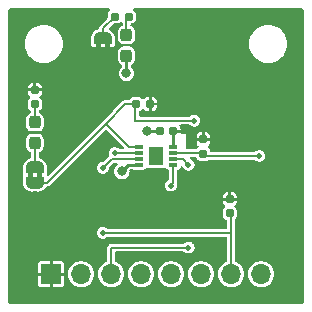
<source format=gbr>
%TF.GenerationSoftware,KiCad,Pcbnew,7.0.1*%
%TF.CreationDate,2023-04-15T14:41:49-07:00*%
%TF.ProjectId,SPI Flash Carrier,53504920-466c-4617-9368-204361727269,rev?*%
%TF.SameCoordinates,Original*%
%TF.FileFunction,Copper,L1,Top*%
%TF.FilePolarity,Positive*%
%FSLAX46Y46*%
G04 Gerber Fmt 4.6, Leading zero omitted, Abs format (unit mm)*
G04 Created by KiCad (PCBNEW 7.0.1) date 2023-04-15 14:41:49*
%MOMM*%
%LPD*%
G01*
G04 APERTURE LIST*
G04 Aperture macros list*
%AMRoundRect*
0 Rectangle with rounded corners*
0 $1 Rounding radius*
0 $2 $3 $4 $5 $6 $7 $8 $9 X,Y pos of 4 corners*
0 Add a 4 corners polygon primitive as box body*
4,1,4,$2,$3,$4,$5,$6,$7,$8,$9,$2,$3,0*
0 Add four circle primitives for the rounded corners*
1,1,$1+$1,$2,$3*
1,1,$1+$1,$4,$5*
1,1,$1+$1,$6,$7*
1,1,$1+$1,$8,$9*
0 Add four rect primitives between the rounded corners*
20,1,$1+$1,$2,$3,$4,$5,0*
20,1,$1+$1,$4,$5,$6,$7,0*
20,1,$1+$1,$6,$7,$8,$9,0*
20,1,$1+$1,$8,$9,$2,$3,0*%
%AMFreePoly0*
4,1,19,0.500000,-0.750000,0.000000,-0.750000,0.000000,-0.744911,-0.071157,-0.744911,-0.207708,-0.704816,-0.327430,-0.627875,-0.420627,-0.520320,-0.479746,-0.390866,-0.500000,-0.250000,-0.500000,0.250000,-0.479746,0.390866,-0.420627,0.520320,-0.327430,0.627875,-0.207708,0.704816,-0.071157,0.744911,0.000000,0.744911,0.000000,0.750000,0.500000,0.750000,0.500000,-0.750000,0.500000,-0.750000,
$1*%
%AMFreePoly1*
4,1,19,0.000000,0.744911,0.071157,0.744911,0.207708,0.704816,0.327430,0.627875,0.420627,0.520320,0.479746,0.390866,0.500000,0.250000,0.500000,-0.250000,0.479746,-0.390866,0.420627,-0.520320,0.327430,-0.627875,0.207708,-0.704816,0.071157,-0.744911,0.000000,-0.744911,0.000000,-0.750000,-0.500000,-0.750000,-0.500000,0.750000,0.000000,0.750000,0.000000,0.744911,0.000000,0.744911,
$1*%
G04 Aperture macros list end*
%TA.AperFunction,SMDPad,CuDef*%
%ADD10FreePoly0,270.000000*%
%TD*%
%TA.AperFunction,SMDPad,CuDef*%
%ADD11FreePoly1,270.000000*%
%TD*%
%TA.AperFunction,ComponentPad*%
%ADD12R,1.700000X1.700000*%
%TD*%
%TA.AperFunction,ComponentPad*%
%ADD13O,1.700000X1.700000*%
%TD*%
%TA.AperFunction,SMDPad,CuDef*%
%ADD14R,0.750000X0.300000*%
%TD*%
%TA.AperFunction,SMDPad,CuDef*%
%ADD15R,1.300000X1.500000*%
%TD*%
%TA.AperFunction,SMDPad,CuDef*%
%ADD16RoundRect,0.160000X-0.197500X-0.160000X0.197500X-0.160000X0.197500X0.160000X-0.197500X0.160000X0*%
%TD*%
%TA.AperFunction,SMDPad,CuDef*%
%ADD17RoundRect,0.237500X0.237500X-0.287500X0.237500X0.287500X-0.237500X0.287500X-0.237500X-0.287500X0*%
%TD*%
%TA.AperFunction,SMDPad,CuDef*%
%ADD18RoundRect,0.160000X-0.160000X0.197500X-0.160000X-0.197500X0.160000X-0.197500X0.160000X0.197500X0*%
%TD*%
%TA.AperFunction,SMDPad,CuDef*%
%ADD19FreePoly0,90.000000*%
%TD*%
%TA.AperFunction,SMDPad,CuDef*%
%ADD20FreePoly1,90.000000*%
%TD*%
%TA.AperFunction,SMDPad,CuDef*%
%ADD21RoundRect,0.155000X0.212500X0.155000X-0.212500X0.155000X-0.212500X-0.155000X0.212500X-0.155000X0*%
%TD*%
%TA.AperFunction,SMDPad,CuDef*%
%ADD22RoundRect,0.160000X0.197500X0.160000X-0.197500X0.160000X-0.197500X-0.160000X0.197500X-0.160000X0*%
%TD*%
%TA.AperFunction,ViaPad*%
%ADD23C,0.800000*%
%TD*%
%TA.AperFunction,ViaPad*%
%ADD24C,0.508000*%
%TD*%
%TA.AperFunction,Conductor*%
%ADD25C,0.250000*%
%TD*%
%TA.AperFunction,Conductor*%
%ADD26C,0.160000*%
%TD*%
G04 APERTURE END LIST*
%TA.AperFunction,EtchedComponent*%
%TO.C,JP1*%
G36*
X58600000Y-53425000D02*
G01*
X58200000Y-53425000D01*
X58200000Y-52925000D01*
X58600000Y-52925000D01*
X58600000Y-53425000D01*
G37*
%TD.AperFunction*%
%TA.AperFunction,EtchedComponent*%
G36*
X57800000Y-53425000D02*
G01*
X57400000Y-53425000D01*
X57400000Y-52925000D01*
X57800000Y-52925000D01*
X57800000Y-53425000D01*
G37*
%TD.AperFunction*%
%TA.AperFunction,EtchedComponent*%
%TO.C,JP2*%
G36*
X52050000Y-64350000D02*
G01*
X51650000Y-64350000D01*
X51650000Y-63850000D01*
X52050000Y-63850000D01*
X52050000Y-64350000D01*
G37*
%TD.AperFunction*%
%TA.AperFunction,EtchedComponent*%
G36*
X52850000Y-64350000D02*
G01*
X52450000Y-64350000D01*
X52450000Y-63850000D01*
X52850000Y-63850000D01*
X52850000Y-64350000D01*
G37*
%TD.AperFunction*%
%TD*%
D10*
%TO.P,JP1,1,A*%
%TO.N,Net-(JP1-A)*%
X58000000Y-52525000D03*
D11*
%TO.P,JP1,2,B*%
%TO.N,+3.3V*%
X58000000Y-53825000D03*
%TD*%
D12*
%TO.P,J1,1,Pin_1*%
%TO.N,+3.3V*%
X53625000Y-72500000D03*
D13*
%TO.P,J1,2,Pin_2*%
%TO.N,GND*%
X56165000Y-72500000D03*
%TO.P,J1,3,Pin_3*%
%TO.N,/SCK*%
X58705000Y-72500000D03*
%TO.P,J1,4,Pin_4*%
%TO.N,/MISO*%
X61245000Y-72500000D03*
%TO.P,J1,5,Pin_5*%
%TO.N,/MOSI*%
X63785000Y-72500000D03*
%TO.P,J1,6,Pin_6*%
%TO.N,/CS*%
X66325000Y-72500000D03*
%TO.P,J1,7,Pin_7*%
%TO.N,/WP*%
X68865000Y-72500000D03*
%TO.P,J1,8,Pin_8*%
%TO.N,/RESET*%
X71405000Y-72500000D03*
%TD*%
D14*
%TO.P,U1,1,~{CS}*%
%TO.N,/CS*%
X61050000Y-61750000D03*
%TO.P,U1,2,DO(IO1)*%
%TO.N,/MISO*%
X61050000Y-62250000D03*
%TO.P,U1,3,~{WP}(IO2)*%
%TO.N,/WP*%
X61050000Y-62750000D03*
%TO.P,U1,4,GND*%
%TO.N,GND*%
X61050000Y-63250000D03*
%TO.P,U1,5,DI(IO0)*%
%TO.N,/MOSI*%
X63950000Y-63250000D03*
%TO.P,U1,6,CLK*%
%TO.N,/SCK*%
X63950000Y-62750000D03*
%TO.P,U1,7,~{HOLD/RESET}(IO3)*%
%TO.N,/RESET*%
X63950000Y-62250000D03*
%TO.P,U1,8,VCC*%
%TO.N,+3.3V*%
X63950000Y-61750000D03*
D15*
%TO.P,U1,9*%
%TO.N,N/C*%
X62500000Y-62500000D03*
%TD*%
D16*
%TO.P,R1,1*%
%TO.N,Net-(JP1-A)*%
X59002500Y-50700000D03*
%TO.P,R1,2*%
%TO.N,Net-(D1-A)*%
X60197500Y-50700000D03*
%TD*%
D17*
%TO.P,D1,1,K*%
%TO.N,GND*%
X60000000Y-54000000D03*
%TO.P,D1,2,A*%
%TO.N,Net-(D1-A)*%
X60000000Y-52250000D03*
%TD*%
D18*
%TO.P,R5,1*%
%TO.N,+3.3V*%
X66500000Y-61102500D03*
%TO.P,R5,2*%
%TO.N,/RESET*%
X66500000Y-62297500D03*
%TD*%
D19*
%TO.P,JP2,1,A*%
%TO.N,/CS*%
X52250000Y-64750000D03*
D20*
%TO.P,JP2,2,B*%
%TO.N,Net-(D2-K)*%
X52250000Y-63450000D03*
%TD*%
D21*
%TO.P,C1,1*%
%TO.N,+3.3V*%
X63967500Y-60400000D03*
%TO.P,C1,2*%
%TO.N,GND*%
X62832500Y-60400000D03*
%TD*%
D18*
%TO.P,R2,1*%
%TO.N,+3.3V*%
X52250000Y-56902500D03*
%TO.P,R2,2*%
%TO.N,Net-(D2-A)*%
X52250000Y-58097500D03*
%TD*%
D22*
%TO.P,R3,1*%
%TO.N,+3.3V*%
X61997500Y-58100000D03*
%TO.P,R3,2*%
%TO.N,/CS*%
X60802500Y-58100000D03*
%TD*%
D17*
%TO.P,D2,1,K*%
%TO.N,Net-(D2-K)*%
X52250000Y-61375000D03*
%TO.P,D2,2,A*%
%TO.N,Net-(D2-A)*%
X52250000Y-59625000D03*
%TD*%
D18*
%TO.P,R4,1*%
%TO.N,+3.3V*%
X68750000Y-66152500D03*
%TO.P,R4,2*%
%TO.N,/WP*%
X68750000Y-67347500D03*
%TD*%
D23*
%TO.N,GND*%
X61700000Y-60400000D03*
X60000000Y-55500000D03*
X59600000Y-63800000D03*
D24*
%TO.N,/SCK*%
X65250000Y-70250000D03*
X65250000Y-63250000D03*
%TO.N,/MISO*%
X59000000Y-62250000D03*
%TO.N,/MOSI*%
X63750000Y-65000000D03*
%TO.N,/CS*%
X65750000Y-59500000D03*
%TO.N,/WP*%
X58000000Y-63500000D03*
X58000000Y-69000000D03*
%TO.N,/RESET*%
X71250000Y-62500000D03*
%TD*%
D25*
%TO.N,+3.3V*%
X63950000Y-61750000D02*
X63950000Y-60417500D01*
X63950000Y-60417500D02*
X63967500Y-60400000D01*
%TO.N,GND*%
X60150000Y-63250000D02*
X59600000Y-63800000D01*
X62832500Y-60400000D02*
X61700000Y-60400000D01*
X60000000Y-54000000D02*
X60000000Y-55500000D01*
X61050000Y-63250000D02*
X60150000Y-63250000D01*
D26*
%TO.N,Net-(D1-A)*%
X60000000Y-52250000D02*
X60000000Y-50897500D01*
X60000000Y-50897500D02*
X60197500Y-50700000D01*
%TO.N,Net-(D2-K)*%
X52250000Y-63450000D02*
X52250000Y-61375000D01*
%TO.N,Net-(D2-A)*%
X52250000Y-59625000D02*
X52250000Y-58097500D01*
%TO.N,/SCK*%
X65250000Y-70250000D02*
X58750000Y-70250000D01*
X58705000Y-72500000D02*
X58705000Y-70295000D01*
X58705000Y-70295000D02*
X58750000Y-70250000D01*
X64750000Y-62750000D02*
X65250000Y-63250000D01*
X63950000Y-62750000D02*
X64750000Y-62750000D01*
%TO.N,/MISO*%
X61050000Y-62250000D02*
X59000000Y-62250000D01*
%TO.N,/MOSI*%
X63750000Y-65000000D02*
X63950000Y-64800000D01*
X63950000Y-72335000D02*
X63785000Y-72500000D01*
X63950000Y-64800000D02*
X63950000Y-63250000D01*
%TO.N,/CS*%
X60250000Y-61750000D02*
X58250000Y-59750000D01*
X60750000Y-59500000D02*
X60750000Y-58152500D01*
X58250000Y-59750000D02*
X59900000Y-58100000D01*
X60750000Y-58152500D02*
X60802500Y-58100000D01*
X61050000Y-61750000D02*
X60250000Y-61750000D01*
X53250000Y-64750000D02*
X58250000Y-59750000D01*
X65750000Y-59500000D02*
X60750000Y-59500000D01*
X59900000Y-58100000D02*
X60802500Y-58100000D01*
X52250000Y-64750000D02*
X53250000Y-64750000D01*
%TO.N,/WP*%
X68865000Y-67462500D02*
X68865000Y-69000000D01*
X68750000Y-67347500D02*
X68865000Y-67462500D01*
X58750000Y-62750000D02*
X58000000Y-63500000D01*
X58000000Y-69000000D02*
X68865000Y-69000000D01*
X68865000Y-69000000D02*
X68865000Y-72500000D01*
X61050000Y-62750000D02*
X58750000Y-62750000D01*
%TO.N,/RESET*%
X66452500Y-62250000D02*
X66500000Y-62297500D01*
X63950000Y-62250000D02*
X66452500Y-62250000D01*
X66702500Y-62500000D02*
X66500000Y-62297500D01*
X71250000Y-62500000D02*
X66702500Y-62500000D01*
%TO.N,Net-(JP1-A)*%
X58000000Y-52525000D02*
X58000000Y-51702500D01*
X58000000Y-51702500D02*
X59002500Y-50700000D01*
%TD*%
%TA.AperFunction,Conductor*%
%TO.N,+3.3V*%
G36*
X58597655Y-50014287D02*
G01*
X58634014Y-50051806D01*
X58646211Y-50102610D01*
X58630848Y-50152547D01*
X58592206Y-50187708D01*
X58576190Y-50195869D01*
X58560707Y-50203758D01*
X58468758Y-50295707D01*
X58409724Y-50411568D01*
X58394500Y-50507692D01*
X58394500Y-50799593D01*
X58386964Y-50837479D01*
X58365504Y-50869597D01*
X57779543Y-51455557D01*
X57773177Y-51461390D01*
X57742916Y-51486782D01*
X57723155Y-51521009D01*
X57718518Y-51528288D01*
X57695844Y-51560671D01*
X57695394Y-51562351D01*
X57685509Y-51586215D01*
X57684640Y-51587718D01*
X57677777Y-51626643D01*
X57675908Y-51635073D01*
X57665677Y-51673253D01*
X57666216Y-51679405D01*
X57658076Y-51728202D01*
X57627341Y-51766969D01*
X57581686Y-51786023D01*
X57571338Y-51787511D01*
X57501578Y-51807994D01*
X57370800Y-51867720D01*
X57309649Y-51907019D01*
X57309647Y-51907020D01*
X57309645Y-51907022D01*
X57275108Y-51936947D01*
X57200984Y-52001175D01*
X57153373Y-52056123D01*
X57075646Y-52177068D01*
X57045445Y-52243200D01*
X57004936Y-52381159D01*
X56994592Y-52453108D01*
X56994592Y-52453111D01*
X56994592Y-53025000D01*
X57014034Y-53122740D01*
X57069399Y-53205601D01*
X57152260Y-53260966D01*
X57250000Y-53280408D01*
X57688892Y-53280408D01*
X57702980Y-53281415D01*
X57713651Y-53282950D01*
X57786349Y-53282950D01*
X57797019Y-53281415D01*
X57811108Y-53280408D01*
X58188892Y-53280408D01*
X58202980Y-53281415D01*
X58213651Y-53282950D01*
X58286349Y-53282950D01*
X58297019Y-53281415D01*
X58311108Y-53280408D01*
X58749999Y-53280408D01*
X58750000Y-53280408D01*
X58847740Y-53260966D01*
X58930601Y-53205601D01*
X58985966Y-53122740D01*
X59005408Y-53025000D01*
X59005408Y-52453111D01*
X58995062Y-52381155D01*
X58954555Y-52243200D01*
X58924356Y-52177073D01*
X58846624Y-52056119D01*
X58799016Y-52001176D01*
X58690355Y-51907022D01*
X58675113Y-51897226D01*
X58629202Y-51867721D01*
X58534403Y-51824427D01*
X58497348Y-51795107D01*
X58478103Y-51751951D01*
X58481053Y-51704791D01*
X58505527Y-51664370D01*
X58870403Y-51299495D01*
X58902520Y-51278035D01*
X58940406Y-51270499D01*
X59232308Y-51270499D01*
X59280369Y-51262886D01*
X59328433Y-51255275D01*
X59444294Y-51196241D01*
X59500498Y-51140036D01*
X59551186Y-51112944D01*
X59608386Y-51118578D01*
X59652815Y-51155041D01*
X59669500Y-51210042D01*
X59669500Y-51407611D01*
X59651821Y-51464073D01*
X59605097Y-51500369D01*
X59526221Y-51529787D01*
X59413884Y-51613884D01*
X59329787Y-51726221D01*
X59280748Y-51857700D01*
X59274500Y-51915828D01*
X59274500Y-52584172D01*
X59280748Y-52642299D01*
X59329787Y-52773778D01*
X59377880Y-52838022D01*
X59413884Y-52886116D01*
X59478128Y-52934208D01*
X59526221Y-52970212D01*
X59657700Y-53019251D01*
X59677076Y-53021334D01*
X59715826Y-53025500D01*
X60284172Y-53025500D01*
X60284174Y-53025500D01*
X60342299Y-53019251D01*
X60393916Y-52999999D01*
X70394551Y-52999999D01*
X70414316Y-53251146D01*
X70473127Y-53496112D01*
X70569535Y-53728862D01*
X70701163Y-53943658D01*
X70864775Y-54135224D01*
X71056341Y-54298836D01*
X71271137Y-54430464D01*
X71271139Y-54430464D01*
X71271141Y-54430466D01*
X71503889Y-54526873D01*
X71748852Y-54585683D01*
X71937118Y-54600500D01*
X72062880Y-54600500D01*
X72062882Y-54600500D01*
X72251148Y-54585683D01*
X72496111Y-54526873D01*
X72728859Y-54430466D01*
X72943659Y-54298836D01*
X73135224Y-54135224D01*
X73298836Y-53943659D01*
X73430466Y-53728859D01*
X73526873Y-53496111D01*
X73585683Y-53251148D01*
X73605449Y-53000000D01*
X73585683Y-52748852D01*
X73526873Y-52503889D01*
X73430466Y-52271141D01*
X73298836Y-52056341D01*
X73171306Y-51907022D01*
X73135224Y-51864775D01*
X72943658Y-51701163D01*
X72728862Y-51569535D01*
X72496112Y-51473127D01*
X72251146Y-51414316D01*
X72092514Y-51401832D01*
X72062882Y-51399500D01*
X71937118Y-51399500D01*
X71909647Y-51401661D01*
X71748853Y-51414316D01*
X71503887Y-51473127D01*
X71271137Y-51569535D01*
X71056341Y-51701163D01*
X70864775Y-51864775D01*
X70701163Y-52056341D01*
X70569535Y-52271137D01*
X70473127Y-52503887D01*
X70414316Y-52748853D01*
X70394551Y-52999999D01*
X60393916Y-52999999D01*
X60473778Y-52970212D01*
X60586116Y-52886116D01*
X60670212Y-52773778D01*
X60719251Y-52642299D01*
X60725500Y-52584174D01*
X60725500Y-51915826D01*
X60719251Y-51857701D01*
X60706840Y-51824427D01*
X60670212Y-51726221D01*
X60634208Y-51678128D01*
X60586116Y-51613884D01*
X60517277Y-51562351D01*
X60473778Y-51529787D01*
X60394903Y-51500369D01*
X60348179Y-51464073D01*
X60330500Y-51407611D01*
X60330500Y-51369499D01*
X60343763Y-51319999D01*
X60380000Y-51283762D01*
X60419828Y-51273090D01*
X60419611Y-51271718D01*
X60471251Y-51263539D01*
X60523433Y-51255275D01*
X60639294Y-51196241D01*
X60731241Y-51104294D01*
X60790275Y-50988433D01*
X60805500Y-50892307D01*
X60805499Y-50507694D01*
X60790275Y-50411567D01*
X60731241Y-50295706D01*
X60639294Y-50203759D01*
X60607793Y-50187708D01*
X60569152Y-50152547D01*
X60553789Y-50102610D01*
X60565986Y-50051806D01*
X60602345Y-50014287D01*
X60652740Y-50000500D01*
X74900500Y-50000500D01*
X74950000Y-50013763D01*
X74986237Y-50050000D01*
X74999500Y-50099500D01*
X74999500Y-74900500D01*
X74986237Y-74950000D01*
X74950000Y-74986237D01*
X74900500Y-74999500D01*
X50099500Y-74999500D01*
X50050000Y-74986237D01*
X50013763Y-74950000D01*
X50000500Y-74900500D01*
X50000500Y-73374623D01*
X52525000Y-73374623D01*
X52539505Y-73447545D01*
X52594759Y-73530240D01*
X52677454Y-73585494D01*
X52750377Y-73600000D01*
X53499999Y-73600000D01*
X53500000Y-73599999D01*
X53750000Y-73599999D01*
X53750001Y-73600000D01*
X54499623Y-73600000D01*
X54572545Y-73585494D01*
X54655240Y-73530240D01*
X54710494Y-73447545D01*
X54725000Y-73374623D01*
X54725000Y-72625001D01*
X54724999Y-72625000D01*
X53750001Y-72625000D01*
X53750000Y-72625001D01*
X53750000Y-73599999D01*
X53500000Y-73599999D01*
X53500000Y-72625001D01*
X53499999Y-72625000D01*
X52525001Y-72625000D01*
X52525000Y-72625001D01*
X52525000Y-73374623D01*
X50000500Y-73374623D01*
X50000500Y-72499999D01*
X55059785Y-72499999D01*
X55078603Y-72703082D01*
X55134419Y-72899252D01*
X55225325Y-73081818D01*
X55225326Y-73081819D01*
X55225327Y-73081821D01*
X55348236Y-73244579D01*
X55498959Y-73381981D01*
X55672363Y-73489348D01*
X55822254Y-73547415D01*
X55862546Y-73563025D01*
X56063022Y-73600500D01*
X56063024Y-73600500D01*
X56266976Y-73600500D01*
X56266978Y-73600500D01*
X56467453Y-73563025D01*
X56467456Y-73563024D01*
X56657637Y-73489348D01*
X56831041Y-73381981D01*
X56981764Y-73244579D01*
X57104673Y-73081821D01*
X57195582Y-72899250D01*
X57251397Y-72703083D01*
X57270215Y-72500000D01*
X57270215Y-72499999D01*
X57599785Y-72499999D01*
X57618603Y-72703082D01*
X57674419Y-72899252D01*
X57765325Y-73081818D01*
X57765326Y-73081819D01*
X57765327Y-73081821D01*
X57888236Y-73244579D01*
X58038959Y-73381981D01*
X58212363Y-73489348D01*
X58362254Y-73547415D01*
X58402546Y-73563025D01*
X58603022Y-73600500D01*
X58603024Y-73600500D01*
X58806976Y-73600500D01*
X58806978Y-73600500D01*
X59007453Y-73563025D01*
X59007456Y-73563024D01*
X59197637Y-73489348D01*
X59371041Y-73381981D01*
X59521764Y-73244579D01*
X59644673Y-73081821D01*
X59735582Y-72899250D01*
X59791397Y-72703083D01*
X59810215Y-72500000D01*
X59810215Y-72499999D01*
X60139785Y-72499999D01*
X60158603Y-72703082D01*
X60214419Y-72899252D01*
X60305325Y-73081818D01*
X60305326Y-73081819D01*
X60305327Y-73081821D01*
X60428236Y-73244579D01*
X60578959Y-73381981D01*
X60752363Y-73489348D01*
X60902254Y-73547415D01*
X60942546Y-73563025D01*
X61143022Y-73600500D01*
X61143024Y-73600500D01*
X61346976Y-73600500D01*
X61346978Y-73600500D01*
X61547453Y-73563025D01*
X61547456Y-73563024D01*
X61737637Y-73489348D01*
X61911041Y-73381981D01*
X62061764Y-73244579D01*
X62184673Y-73081821D01*
X62275582Y-72899250D01*
X62331397Y-72703083D01*
X62350215Y-72500000D01*
X62350215Y-72499999D01*
X62679785Y-72499999D01*
X62698603Y-72703082D01*
X62754419Y-72899252D01*
X62845325Y-73081818D01*
X62845326Y-73081819D01*
X62845327Y-73081821D01*
X62968236Y-73244579D01*
X63118959Y-73381981D01*
X63292363Y-73489348D01*
X63442254Y-73547415D01*
X63482546Y-73563025D01*
X63683022Y-73600500D01*
X63683024Y-73600500D01*
X63886976Y-73600500D01*
X63886978Y-73600500D01*
X64087453Y-73563025D01*
X64087456Y-73563024D01*
X64277637Y-73489348D01*
X64451041Y-73381981D01*
X64601764Y-73244579D01*
X64724673Y-73081821D01*
X64815582Y-72899250D01*
X64871397Y-72703083D01*
X64890215Y-72500000D01*
X64890215Y-72499999D01*
X65219785Y-72499999D01*
X65238603Y-72703082D01*
X65294419Y-72899252D01*
X65385325Y-73081818D01*
X65385326Y-73081819D01*
X65385327Y-73081821D01*
X65508236Y-73244579D01*
X65658959Y-73381981D01*
X65832363Y-73489348D01*
X65982254Y-73547415D01*
X66022546Y-73563025D01*
X66223022Y-73600500D01*
X66223024Y-73600500D01*
X66426976Y-73600500D01*
X66426978Y-73600500D01*
X66627453Y-73563025D01*
X66627456Y-73563024D01*
X66817637Y-73489348D01*
X66991041Y-73381981D01*
X67141764Y-73244579D01*
X67264673Y-73081821D01*
X67355582Y-72899250D01*
X67411397Y-72703083D01*
X67430215Y-72500000D01*
X67411397Y-72296917D01*
X67355582Y-72100750D01*
X67264673Y-71918179D01*
X67141764Y-71755421D01*
X66991041Y-71618019D01*
X66817637Y-71510652D01*
X66777347Y-71495043D01*
X66627453Y-71436974D01*
X66426978Y-71399500D01*
X66426976Y-71399500D01*
X66223024Y-71399500D01*
X66223022Y-71399500D01*
X66022546Y-71436974D01*
X65832360Y-71510653D01*
X65658961Y-71618017D01*
X65508237Y-71755420D01*
X65385325Y-71918181D01*
X65294419Y-72100747D01*
X65238603Y-72296917D01*
X65219785Y-72499999D01*
X64890215Y-72499999D01*
X64871397Y-72296917D01*
X64815582Y-72100750D01*
X64724673Y-71918179D01*
X64601764Y-71755421D01*
X64451041Y-71618019D01*
X64277637Y-71510652D01*
X64237347Y-71495043D01*
X64087453Y-71436974D01*
X63886978Y-71399500D01*
X63886976Y-71399500D01*
X63683024Y-71399500D01*
X63683022Y-71399500D01*
X63482546Y-71436974D01*
X63292360Y-71510653D01*
X63118961Y-71618017D01*
X62968237Y-71755420D01*
X62845325Y-71918181D01*
X62754419Y-72100747D01*
X62698603Y-72296917D01*
X62679785Y-72499999D01*
X62350215Y-72499999D01*
X62331397Y-72296917D01*
X62275582Y-72100750D01*
X62184673Y-71918179D01*
X62061764Y-71755421D01*
X61911041Y-71618019D01*
X61737637Y-71510652D01*
X61697347Y-71495043D01*
X61547453Y-71436974D01*
X61346978Y-71399500D01*
X61346976Y-71399500D01*
X61143024Y-71399500D01*
X61143022Y-71399500D01*
X60942546Y-71436974D01*
X60752360Y-71510653D01*
X60578961Y-71618017D01*
X60428237Y-71755420D01*
X60305325Y-71918181D01*
X60214419Y-72100747D01*
X60158603Y-72296917D01*
X60139785Y-72499999D01*
X59810215Y-72499999D01*
X59791397Y-72296917D01*
X59735582Y-72100750D01*
X59644673Y-71918179D01*
X59521764Y-71755421D01*
X59371041Y-71618019D01*
X59197637Y-71510652D01*
X59098737Y-71472338D01*
X59052825Y-71435971D01*
X59035500Y-71380023D01*
X59035500Y-70679500D01*
X59048763Y-70630000D01*
X59085000Y-70593763D01*
X59134500Y-70580500D01*
X64823619Y-70580500D01*
X64864745Y-70589446D01*
X64898436Y-70614666D01*
X64916225Y-70635196D01*
X65038268Y-70713629D01*
X65177464Y-70754500D01*
X65322536Y-70754500D01*
X65461732Y-70713629D01*
X65583775Y-70635196D01*
X65678777Y-70525558D01*
X65739042Y-70393596D01*
X65739042Y-70393594D01*
X65739043Y-70393593D01*
X65759688Y-70249999D01*
X65739043Y-70106406D01*
X65678777Y-69974442D01*
X65673644Y-69968518D01*
X65583775Y-69864804D01*
X65505340Y-69814397D01*
X65461731Y-69786370D01*
X65322536Y-69745500D01*
X65177464Y-69745500D01*
X65038268Y-69786370D01*
X64916225Y-69864804D01*
X64898438Y-69885332D01*
X64864745Y-69910554D01*
X64823619Y-69919500D01*
X58768745Y-69919500D01*
X58760117Y-69919123D01*
X58757558Y-69918899D01*
X58720751Y-69915678D01*
X58682573Y-69925908D01*
X58674143Y-69927777D01*
X58635218Y-69934640D01*
X58633715Y-69935509D01*
X58609851Y-69945394D01*
X58608171Y-69945844D01*
X58575788Y-69968518D01*
X58568509Y-69973155D01*
X58534282Y-69992916D01*
X58508890Y-70023177D01*
X58503057Y-70029543D01*
X58484543Y-70048057D01*
X58478177Y-70053890D01*
X58447916Y-70079282D01*
X58428155Y-70113509D01*
X58423518Y-70120788D01*
X58400844Y-70153171D01*
X58400394Y-70154851D01*
X58390509Y-70178715D01*
X58389640Y-70180218D01*
X58382777Y-70219143D01*
X58380908Y-70227573D01*
X58370678Y-70265750D01*
X58374123Y-70305113D01*
X58374500Y-70313743D01*
X58374500Y-71380023D01*
X58357175Y-71435971D01*
X58311263Y-71472338D01*
X58212360Y-71510653D01*
X58038961Y-71618017D01*
X57888237Y-71755420D01*
X57765325Y-71918181D01*
X57674419Y-72100747D01*
X57618603Y-72296917D01*
X57599785Y-72499999D01*
X57270215Y-72499999D01*
X57251397Y-72296917D01*
X57195582Y-72100750D01*
X57104673Y-71918179D01*
X56981764Y-71755421D01*
X56831041Y-71618019D01*
X56657637Y-71510652D01*
X56617347Y-71495043D01*
X56467453Y-71436974D01*
X56266978Y-71399500D01*
X56266976Y-71399500D01*
X56063024Y-71399500D01*
X56063022Y-71399500D01*
X55862546Y-71436974D01*
X55672360Y-71510653D01*
X55498961Y-71618017D01*
X55348237Y-71755420D01*
X55225325Y-71918181D01*
X55134419Y-72100747D01*
X55078603Y-72296917D01*
X55059785Y-72499999D01*
X50000500Y-72499999D01*
X50000500Y-72374999D01*
X52525000Y-72374999D01*
X52525001Y-72375000D01*
X53499999Y-72375000D01*
X53500000Y-72374999D01*
X53750000Y-72374999D01*
X53750001Y-72375000D01*
X54724999Y-72375000D01*
X54725000Y-72374999D01*
X54725000Y-71625377D01*
X54710494Y-71552454D01*
X54655240Y-71469759D01*
X54572545Y-71414505D01*
X54499623Y-71400000D01*
X53750001Y-71400000D01*
X53750000Y-71400001D01*
X53750000Y-72374999D01*
X53500000Y-72374999D01*
X53500000Y-71400001D01*
X53499999Y-71400000D01*
X52750377Y-71400000D01*
X52677454Y-71414505D01*
X52594759Y-71469759D01*
X52539505Y-71552454D01*
X52525000Y-71625377D01*
X52525000Y-72374999D01*
X50000500Y-72374999D01*
X50000500Y-69000000D01*
X57490311Y-69000000D01*
X57510956Y-69143593D01*
X57571222Y-69275557D01*
X57571223Y-69275558D01*
X57666225Y-69385196D01*
X57788268Y-69463629D01*
X57927464Y-69504500D01*
X58072536Y-69504500D01*
X58211732Y-69463629D01*
X58333775Y-69385196D01*
X58351563Y-69364666D01*
X58385255Y-69339446D01*
X58426381Y-69330500D01*
X68435500Y-69330500D01*
X68485000Y-69343763D01*
X68521237Y-69380000D01*
X68534500Y-69429500D01*
X68534500Y-71380023D01*
X68517175Y-71435971D01*
X68471263Y-71472338D01*
X68372360Y-71510653D01*
X68198961Y-71618017D01*
X68048237Y-71755420D01*
X67925325Y-71918181D01*
X67834419Y-72100747D01*
X67778603Y-72296917D01*
X67759785Y-72499999D01*
X67778603Y-72703082D01*
X67834419Y-72899252D01*
X67925325Y-73081818D01*
X67925326Y-73081819D01*
X67925327Y-73081821D01*
X68048236Y-73244579D01*
X68198959Y-73381981D01*
X68372363Y-73489348D01*
X68522254Y-73547415D01*
X68562546Y-73563025D01*
X68763022Y-73600500D01*
X68763024Y-73600500D01*
X68966976Y-73600500D01*
X68966978Y-73600500D01*
X69167453Y-73563025D01*
X69167456Y-73563024D01*
X69357637Y-73489348D01*
X69531041Y-73381981D01*
X69681764Y-73244579D01*
X69804673Y-73081821D01*
X69895582Y-72899250D01*
X69951397Y-72703083D01*
X69970215Y-72500000D01*
X69970215Y-72499999D01*
X70299785Y-72499999D01*
X70318603Y-72703082D01*
X70374419Y-72899252D01*
X70465325Y-73081818D01*
X70465326Y-73081819D01*
X70465327Y-73081821D01*
X70588236Y-73244579D01*
X70738959Y-73381981D01*
X70912363Y-73489348D01*
X71062254Y-73547415D01*
X71102546Y-73563025D01*
X71303022Y-73600500D01*
X71303024Y-73600500D01*
X71506976Y-73600500D01*
X71506978Y-73600500D01*
X71707453Y-73563025D01*
X71707456Y-73563024D01*
X71897637Y-73489348D01*
X72071041Y-73381981D01*
X72221764Y-73244579D01*
X72344673Y-73081821D01*
X72435582Y-72899250D01*
X72491397Y-72703083D01*
X72510215Y-72500000D01*
X72491397Y-72296917D01*
X72435582Y-72100750D01*
X72344673Y-71918179D01*
X72221764Y-71755421D01*
X72071041Y-71618019D01*
X71897637Y-71510652D01*
X71857347Y-71495043D01*
X71707453Y-71436974D01*
X71506978Y-71399500D01*
X71506976Y-71399500D01*
X71303024Y-71399500D01*
X71303022Y-71399500D01*
X71102546Y-71436974D01*
X70912360Y-71510653D01*
X70738961Y-71618017D01*
X70588237Y-71755420D01*
X70465325Y-71918181D01*
X70374419Y-72100747D01*
X70318603Y-72296917D01*
X70299785Y-72499999D01*
X69970215Y-72499999D01*
X69951397Y-72296917D01*
X69895582Y-72100750D01*
X69804673Y-71918179D01*
X69681764Y-71755421D01*
X69531041Y-71618019D01*
X69357637Y-71510652D01*
X69258737Y-71472338D01*
X69212825Y-71435971D01*
X69195500Y-71380023D01*
X69195500Y-67881043D01*
X69203036Y-67843158D01*
X69224495Y-67811040D01*
X69224495Y-67811039D01*
X69246241Y-67789294D01*
X69305275Y-67673433D01*
X69320500Y-67577307D01*
X69320499Y-67117694D01*
X69305275Y-67021567D01*
X69246241Y-66905706D01*
X69160182Y-66819647D01*
X69134561Y-66775269D01*
X69134561Y-66724023D01*
X69160185Y-66679642D01*
X69245831Y-66593996D01*
X69304794Y-66478274D01*
X69320000Y-66382269D01*
X69320000Y-66277501D01*
X69319999Y-66277500D01*
X68180002Y-66277500D01*
X68180001Y-66277501D01*
X68180001Y-66382270D01*
X68195204Y-66478273D01*
X68254167Y-66593994D01*
X68339815Y-66679642D01*
X68365438Y-66724023D01*
X68365438Y-66775269D01*
X68339815Y-66819649D01*
X68253760Y-66905704D01*
X68194724Y-67021568D01*
X68179500Y-67117692D01*
X68179500Y-67577307D01*
X68194724Y-67673431D01*
X68194724Y-67673432D01*
X68194725Y-67673433D01*
X68253759Y-67789294D01*
X68345706Y-67881241D01*
X68461567Y-67940275D01*
X68461568Y-67940275D01*
X68475538Y-67947393D01*
X68474959Y-67948528D01*
X68493689Y-67956286D01*
X68523709Y-67991434D01*
X68534500Y-68036380D01*
X68534500Y-68570500D01*
X68521237Y-68620000D01*
X68485000Y-68656237D01*
X68435500Y-68669500D01*
X58426381Y-68669500D01*
X58385255Y-68660554D01*
X58351562Y-68635332D01*
X58333775Y-68614804D01*
X58255340Y-68564397D01*
X58211731Y-68536370D01*
X58072536Y-68495500D01*
X57927464Y-68495500D01*
X57788268Y-68536370D01*
X57666225Y-68614804D01*
X57571222Y-68724442D01*
X57510956Y-68856406D01*
X57490311Y-69000000D01*
X50000500Y-69000000D01*
X50000500Y-66027499D01*
X68180000Y-66027499D01*
X68180001Y-66027500D01*
X68624999Y-66027500D01*
X68625000Y-66027499D01*
X68875000Y-66027499D01*
X68875001Y-66027500D01*
X69319998Y-66027500D01*
X69319999Y-66027499D01*
X69319999Y-65922730D01*
X69304795Y-65826726D01*
X69245832Y-65711005D01*
X69153994Y-65619167D01*
X69038274Y-65560205D01*
X68942269Y-65545000D01*
X68875001Y-65545000D01*
X68875000Y-65545001D01*
X68875000Y-66027499D01*
X68625000Y-66027499D01*
X68625000Y-65545002D01*
X68624999Y-65545001D01*
X68557730Y-65545001D01*
X68461726Y-65560204D01*
X68346005Y-65619167D01*
X68254167Y-65711005D01*
X68195205Y-65826725D01*
X68180000Y-65922731D01*
X68180000Y-66027499D01*
X50000500Y-66027499D01*
X50000500Y-64821892D01*
X51244592Y-64821892D01*
X51254936Y-64893840D01*
X51279302Y-64976822D01*
X51295445Y-65031800D01*
X51325644Y-65097927D01*
X51325646Y-65097931D01*
X51382225Y-65185969D01*
X51403376Y-65218881D01*
X51450984Y-65273824D01*
X51559645Y-65367978D01*
X51620799Y-65407279D01*
X51670702Y-65430069D01*
X51751578Y-65467005D01*
X51751582Y-65467006D01*
X51751584Y-65467007D01*
X51821336Y-65487488D01*
X51821337Y-65487488D01*
X51821340Y-65487489D01*
X51963648Y-65507950D01*
X51963651Y-65507950D01*
X52036349Y-65507950D01*
X52047019Y-65506415D01*
X52061108Y-65505408D01*
X52438892Y-65505408D01*
X52452980Y-65506415D01*
X52463651Y-65507950D01*
X52536349Y-65507950D01*
X52536352Y-65507950D01*
X52678659Y-65487489D01*
X52678660Y-65487488D01*
X52678664Y-65487488D01*
X52748416Y-65467007D01*
X52748419Y-65467005D01*
X52748421Y-65467005D01*
X52779393Y-65452860D01*
X52879201Y-65407279D01*
X52940355Y-65367978D01*
X53049016Y-65273824D01*
X53096624Y-65218881D01*
X53155887Y-65126665D01*
X53195558Y-65091315D01*
X53247797Y-65081569D01*
X53279249Y-65084321D01*
X53317456Y-65074082D01*
X53325828Y-65072226D01*
X53364781Y-65065359D01*
X53366279Y-65064493D01*
X53390160Y-65054602D01*
X53391830Y-65054155D01*
X53424245Y-65031456D01*
X53431469Y-65026855D01*
X53465718Y-65007083D01*
X53491121Y-64976807D01*
X53496934Y-64970462D01*
X58179999Y-60287398D01*
X58224376Y-60261778D01*
X58275622Y-60261778D01*
X58320003Y-60287401D01*
X59783098Y-61750496D01*
X59810192Y-61801186D01*
X59804558Y-61858386D01*
X59768095Y-61902815D01*
X59713094Y-61919500D01*
X59426381Y-61919500D01*
X59385255Y-61910554D01*
X59351562Y-61885332D01*
X59333775Y-61864804D01*
X59255341Y-61814397D01*
X59211731Y-61786370D01*
X59072536Y-61745500D01*
X58927464Y-61745500D01*
X58788268Y-61786370D01*
X58666225Y-61864804D01*
X58571222Y-61974442D01*
X58510956Y-62106406D01*
X58490311Y-62250000D01*
X58510957Y-62393597D01*
X58522547Y-62418976D01*
X58529920Y-62477679D01*
X58502497Y-62530103D01*
X58066099Y-62966503D01*
X58033981Y-62987964D01*
X57996095Y-62995500D01*
X57927464Y-62995500D01*
X57788268Y-63036370D01*
X57666225Y-63114804D01*
X57571222Y-63224442D01*
X57510956Y-63356406D01*
X57490312Y-63499999D01*
X57510956Y-63643593D01*
X57571222Y-63775557D01*
X57571223Y-63775558D01*
X57666225Y-63885196D01*
X57788268Y-63963629D01*
X57927464Y-64004500D01*
X58072536Y-64004500D01*
X58211732Y-63963629D01*
X58333775Y-63885196D01*
X58428777Y-63775558D01*
X58489042Y-63643596D01*
X58489042Y-63643594D01*
X58489043Y-63643593D01*
X58511714Y-63485910D01*
X58513740Y-63486201D01*
X58515477Y-63466739D01*
X58539411Y-63427985D01*
X58857901Y-63109496D01*
X58890019Y-63088036D01*
X58927905Y-63080500D01*
X59170142Y-63080500D01*
X59226381Y-63098025D01*
X59262709Y-63144394D01*
X59266265Y-63203193D01*
X59235791Y-63253603D01*
X59227761Y-63260715D01*
X59227760Y-63260717D01*
X59176471Y-63306155D01*
X59109517Y-63365470D01*
X59019780Y-63495476D01*
X58963762Y-63643184D01*
X58944721Y-63800000D01*
X58963762Y-63956815D01*
X58963762Y-63956817D01*
X58963763Y-63956818D01*
X59019780Y-64104523D01*
X59109517Y-64234530D01*
X59227760Y-64339283D01*
X59301173Y-64377814D01*
X59367636Y-64412697D01*
X59521013Y-64450500D01*
X59521015Y-64450500D01*
X59678985Y-64450500D01*
X59678987Y-64450500D01*
X59832363Y-64412697D01*
X59832365Y-64412696D01*
X59972240Y-64339283D01*
X60090483Y-64234530D01*
X60180220Y-64104523D01*
X60236237Y-63956818D01*
X60255278Y-63800000D01*
X60247635Y-63737060D01*
X60252354Y-63692761D01*
X60276018Y-63655018D01*
X60276650Y-63654385D01*
X60308731Y-63633006D01*
X60346544Y-63625500D01*
X60531566Y-63625500D01*
X60557688Y-63633423D01*
X60557947Y-63632124D01*
X60577259Y-63635965D01*
X60577260Y-63635966D01*
X60650326Y-63650500D01*
X61449673Y-63650500D01*
X61449674Y-63650500D01*
X61522740Y-63635966D01*
X61605601Y-63580601D01*
X61641870Y-63526318D01*
X61686299Y-63489857D01*
X61743499Y-63484223D01*
X61752259Y-63485965D01*
X61752260Y-63485966D01*
X61825326Y-63500500D01*
X63174672Y-63500500D01*
X63174674Y-63500500D01*
X63247740Y-63485966D01*
X63247741Y-63485965D01*
X63256499Y-63484223D01*
X63313699Y-63489857D01*
X63358130Y-63526320D01*
X63394399Y-63580601D01*
X63477260Y-63635966D01*
X63539387Y-63648324D01*
X63539814Y-63648409D01*
X63580768Y-63666965D01*
X63609290Y-63701721D01*
X63619500Y-63745507D01*
X63619500Y-64438409D01*
X63610553Y-64479536D01*
X63585330Y-64513229D01*
X63548391Y-64533398D01*
X63542936Y-64535000D01*
X63538266Y-64536371D01*
X63416225Y-64614804D01*
X63321222Y-64724442D01*
X63260956Y-64856406D01*
X63240311Y-65000000D01*
X63260956Y-65143593D01*
X63321222Y-65275557D01*
X63321223Y-65275558D01*
X63416225Y-65385196D01*
X63538268Y-65463629D01*
X63677464Y-65504500D01*
X63822536Y-65504500D01*
X63961732Y-65463629D01*
X64083775Y-65385196D01*
X64178777Y-65275558D01*
X64239042Y-65143596D01*
X64239042Y-65143594D01*
X64239043Y-65143593D01*
X64259688Y-65000000D01*
X64255885Y-64973554D01*
X64256667Y-64940723D01*
X64264474Y-64919794D01*
X64265357Y-64914783D01*
X64265359Y-64914781D01*
X64272225Y-64875833D01*
X64274083Y-64867452D01*
X64284321Y-64829249D01*
X64280876Y-64789882D01*
X64280500Y-64781255D01*
X64280500Y-63745507D01*
X64290710Y-63701721D01*
X64319232Y-63666965D01*
X64360186Y-63648409D01*
X64360528Y-63648340D01*
X64422740Y-63635966D01*
X64505601Y-63580601D01*
X64560966Y-63497740D01*
X64575500Y-63424674D01*
X64575500Y-63424669D01*
X64576269Y-63420803D01*
X64597629Y-63376360D01*
X64637778Y-63347734D01*
X64686756Y-63342026D01*
X64732412Y-63360651D01*
X64763421Y-63398990D01*
X64821222Y-63525557D01*
X64821223Y-63525558D01*
X64916225Y-63635196D01*
X65038268Y-63713629D01*
X65177464Y-63754500D01*
X65322536Y-63754500D01*
X65461732Y-63713629D01*
X65583775Y-63635196D01*
X65678777Y-63525558D01*
X65739042Y-63393596D01*
X65739042Y-63393594D01*
X65739043Y-63393593D01*
X65759688Y-63249999D01*
X65739043Y-63106406D01*
X65678777Y-62974442D01*
X65619037Y-62905499D01*
X65583775Y-62864804D01*
X65471613Y-62792721D01*
X65461731Y-62786370D01*
X65421269Y-62774490D01*
X65374341Y-62744332D01*
X65351168Y-62693590D01*
X65359106Y-62638374D01*
X65395636Y-62596216D01*
X65449160Y-62580500D01*
X65862182Y-62580500D01*
X65913909Y-62595089D01*
X65950391Y-62634554D01*
X66003759Y-62739294D01*
X66095706Y-62831241D01*
X66211567Y-62890275D01*
X66307693Y-62905500D01*
X66692306Y-62905499D01*
X66692307Y-62905499D01*
X66724348Y-62900424D01*
X66788433Y-62890275D01*
X66884572Y-62841289D01*
X66929516Y-62830500D01*
X70823619Y-62830500D01*
X70864745Y-62839446D01*
X70898436Y-62864666D01*
X70916225Y-62885196D01*
X71038268Y-62963629D01*
X71177464Y-63004500D01*
X71322536Y-63004500D01*
X71461732Y-62963629D01*
X71583775Y-62885196D01*
X71678777Y-62775558D01*
X71739042Y-62643596D01*
X71739042Y-62643594D01*
X71739043Y-62643593D01*
X71759688Y-62500000D01*
X71739043Y-62356406D01*
X71678777Y-62224442D01*
X71583775Y-62114804D01*
X71505341Y-62064397D01*
X71461731Y-62036370D01*
X71322536Y-61995500D01*
X71177464Y-61995500D01*
X71038268Y-62036370D01*
X70916225Y-62114804D01*
X70898438Y-62135332D01*
X70864745Y-62160554D01*
X70823619Y-62169500D01*
X67169499Y-62169500D01*
X67119999Y-62156237D01*
X67083762Y-62120000D01*
X67071805Y-62075375D01*
X67071718Y-62075389D01*
X67071586Y-62074558D01*
X67070499Y-62070500D01*
X67070499Y-62067692D01*
X67055275Y-61971568D01*
X67055275Y-61971567D01*
X66996241Y-61855706D01*
X66910182Y-61769647D01*
X66884561Y-61725269D01*
X66884561Y-61674023D01*
X66910185Y-61629642D01*
X66995831Y-61543996D01*
X67054794Y-61428274D01*
X67070000Y-61332269D01*
X67070000Y-61227501D01*
X67069999Y-61227500D01*
X65930002Y-61227500D01*
X65930001Y-61227501D01*
X65930001Y-61332270D01*
X65945204Y-61428273D01*
X66004167Y-61543994D01*
X66089815Y-61629642D01*
X66115438Y-61674023D01*
X66115438Y-61725269D01*
X66089815Y-61769649D01*
X66003758Y-61855706D01*
X65998796Y-61865446D01*
X65962314Y-61904912D01*
X65910587Y-61919500D01*
X65099000Y-61919500D01*
X65049500Y-61906237D01*
X65013263Y-61870000D01*
X65000000Y-61820500D01*
X65000000Y-60977499D01*
X65930000Y-60977499D01*
X65930001Y-60977500D01*
X66374999Y-60977500D01*
X66375000Y-60977499D01*
X66625000Y-60977499D01*
X66625001Y-60977500D01*
X67069998Y-60977500D01*
X67069999Y-60977499D01*
X67069999Y-60872730D01*
X67054795Y-60776726D01*
X66995832Y-60661005D01*
X66903994Y-60569167D01*
X66788274Y-60510205D01*
X66692269Y-60495000D01*
X66625001Y-60495000D01*
X66625000Y-60495001D01*
X66625000Y-60977499D01*
X66375000Y-60977499D01*
X66375000Y-60495002D01*
X66374999Y-60495001D01*
X66307730Y-60495001D01*
X66211726Y-60510204D01*
X66096005Y-60569167D01*
X66004167Y-60661005D01*
X65945205Y-60776725D01*
X65930000Y-60872731D01*
X65930000Y-60977499D01*
X65000000Y-60977499D01*
X65000000Y-60600001D01*
X65000000Y-60600000D01*
X64999999Y-60600000D01*
X64684000Y-60600000D01*
X64634500Y-60586737D01*
X64598263Y-60550500D01*
X64593784Y-60533785D01*
X64584999Y-60525000D01*
X63941500Y-60525000D01*
X63892000Y-60511737D01*
X63855763Y-60475500D01*
X63842500Y-60426000D01*
X63842500Y-60374000D01*
X63855763Y-60324500D01*
X63892000Y-60288263D01*
X63941500Y-60275000D01*
X64584999Y-60275000D01*
X64585000Y-60274999D01*
X64585000Y-60213128D01*
X64569979Y-60118289D01*
X64511736Y-60003981D01*
X64507259Y-59999504D01*
X64480165Y-59948814D01*
X64485799Y-59891614D01*
X64522262Y-59847185D01*
X64577263Y-59830500D01*
X65323619Y-59830500D01*
X65364745Y-59839446D01*
X65398436Y-59864666D01*
X65416225Y-59885196D01*
X65538268Y-59963629D01*
X65677464Y-60004500D01*
X65822536Y-60004500D01*
X65961732Y-59963629D01*
X66083775Y-59885196D01*
X66178777Y-59775558D01*
X66239042Y-59643596D01*
X66239042Y-59643594D01*
X66239043Y-59643593D01*
X66259688Y-59499999D01*
X66239043Y-59356406D01*
X66178777Y-59224442D01*
X66131169Y-59169500D01*
X66083775Y-59114804D01*
X66005340Y-59064397D01*
X65961731Y-59036370D01*
X65822536Y-58995500D01*
X65677464Y-58995500D01*
X65538268Y-59036370D01*
X65416225Y-59114804D01*
X65398438Y-59135332D01*
X65364745Y-59160554D01*
X65323619Y-59169500D01*
X61179500Y-59169500D01*
X61130000Y-59156237D01*
X61093763Y-59120000D01*
X61080500Y-59070500D01*
X61080500Y-58740366D01*
X61095089Y-58688639D01*
X61134555Y-58652157D01*
X61244292Y-58596242D01*
X61244291Y-58596242D01*
X61244294Y-58596241D01*
X61330351Y-58510183D01*
X61374730Y-58484561D01*
X61425976Y-58484561D01*
X61470357Y-58510184D01*
X61556005Y-58595832D01*
X61671725Y-58654794D01*
X61767731Y-58670000D01*
X61872499Y-58670000D01*
X61872500Y-58669999D01*
X61872500Y-58669998D01*
X62122500Y-58669998D01*
X62122501Y-58669999D01*
X62227270Y-58669999D01*
X62323273Y-58654795D01*
X62438994Y-58595832D01*
X62530832Y-58503994D01*
X62589794Y-58388274D01*
X62605000Y-58292269D01*
X62605000Y-58225001D01*
X62604999Y-58225000D01*
X62122501Y-58225000D01*
X62122500Y-58225001D01*
X62122500Y-58669998D01*
X61872500Y-58669998D01*
X61872500Y-57974999D01*
X62122500Y-57974999D01*
X62122501Y-57975000D01*
X62604998Y-57975000D01*
X62604999Y-57974999D01*
X62604999Y-57907730D01*
X62589795Y-57811726D01*
X62530832Y-57696005D01*
X62438994Y-57604167D01*
X62323274Y-57545205D01*
X62227269Y-57530000D01*
X62122501Y-57530000D01*
X62122500Y-57530001D01*
X62122500Y-57974999D01*
X61872500Y-57974999D01*
X61872500Y-57530002D01*
X61872499Y-57530001D01*
X61767730Y-57530001D01*
X61671726Y-57545204D01*
X61556002Y-57604168D01*
X61470356Y-57689815D01*
X61425976Y-57715438D01*
X61374730Y-57715438D01*
X61330351Y-57689816D01*
X61244294Y-57603759D01*
X61128433Y-57544725D01*
X61128432Y-57544724D01*
X61128431Y-57544724D01*
X61032307Y-57529500D01*
X60572692Y-57529500D01*
X60476568Y-57544724D01*
X60360707Y-57603758D01*
X60268758Y-57695707D01*
X60263990Y-57705065D01*
X60258700Y-57715446D01*
X60222219Y-57754911D01*
X60170492Y-57769500D01*
X59918742Y-57769500D01*
X59910112Y-57769123D01*
X59870748Y-57765678D01*
X59832571Y-57775907D01*
X59824145Y-57777775D01*
X59785221Y-57784639D01*
X59783715Y-57785509D01*
X59759849Y-57795394D01*
X59758171Y-57795843D01*
X59725790Y-57818517D01*
X59718509Y-57823155D01*
X59684283Y-57842916D01*
X59658885Y-57873183D01*
X59653052Y-57879549D01*
X58845736Y-58686865D01*
X58036745Y-59495856D01*
X58036745Y-59495857D01*
X53404936Y-64127665D01*
X53361805Y-64152944D01*
X53311821Y-64153926D01*
X53267731Y-64130359D01*
X53240777Y-64088253D01*
X53237834Y-64038347D01*
X53255408Y-63949999D01*
X53255408Y-63378108D01*
X53245063Y-63306159D01*
X53229631Y-63253603D01*
X53204555Y-63168200D01*
X53174356Y-63102073D01*
X53096624Y-62981119D01*
X53049016Y-62926176D01*
X52940355Y-62832022D01*
X52879201Y-62792721D01*
X52865297Y-62786371D01*
X52748421Y-62732994D01*
X52678659Y-62712510D01*
X52665412Y-62710606D01*
X52622075Y-62693257D01*
X52591505Y-62657979D01*
X52580500Y-62612614D01*
X52580500Y-62217389D01*
X52598179Y-62160927D01*
X52644903Y-62124631D01*
X52723778Y-62095212D01*
X52750258Y-62075389D01*
X52836116Y-62011116D01*
X52920212Y-61898778D01*
X52969251Y-61767299D01*
X52975500Y-61709174D01*
X52975500Y-61040826D01*
X52969251Y-60982701D01*
X52967311Y-60977500D01*
X52920212Y-60851221D01*
X52864444Y-60776726D01*
X52836116Y-60738884D01*
X52788022Y-60702880D01*
X52723778Y-60654787D01*
X52592299Y-60605748D01*
X52544458Y-60600605D01*
X52534174Y-60599500D01*
X51965826Y-60599500D01*
X51956377Y-60600515D01*
X51907700Y-60605748D01*
X51776221Y-60654787D01*
X51663884Y-60738884D01*
X51579787Y-60851221D01*
X51530748Y-60982700D01*
X51524500Y-61040828D01*
X51524500Y-61709172D01*
X51530748Y-61767299D01*
X51579787Y-61898778D01*
X51595300Y-61919500D01*
X51663884Y-62011116D01*
X51728128Y-62059208D01*
X51776221Y-62095212D01*
X51855097Y-62124631D01*
X51901821Y-62160927D01*
X51919500Y-62217389D01*
X51919500Y-62612614D01*
X51908495Y-62657979D01*
X51877925Y-62693257D01*
X51834588Y-62710606D01*
X51821340Y-62712510D01*
X51751578Y-62732994D01*
X51620800Y-62792720D01*
X51559649Y-62832019D01*
X51559647Y-62832020D01*
X51559645Y-62832022D01*
X51548949Y-62841290D01*
X51450984Y-62926175D01*
X51403373Y-62981123D01*
X51325646Y-63102068D01*
X51295445Y-63168200D01*
X51254936Y-63306159D01*
X51244592Y-63378108D01*
X51244592Y-63949999D01*
X51265939Y-64057318D01*
X51278886Y-64099998D01*
X51265938Y-64142684D01*
X51244592Y-64250001D01*
X51244592Y-64821892D01*
X50000500Y-64821892D01*
X50000500Y-59959172D01*
X51524500Y-59959172D01*
X51530748Y-60017299D01*
X51579787Y-60148778D01*
X51627880Y-60213022D01*
X51663884Y-60261116D01*
X51700148Y-60288263D01*
X51776221Y-60345212D01*
X51907700Y-60394251D01*
X51927075Y-60396333D01*
X51965826Y-60400500D01*
X52534172Y-60400500D01*
X52534174Y-60400500D01*
X52592299Y-60394251D01*
X52723778Y-60345212D01*
X52836116Y-60261116D01*
X52920212Y-60148778D01*
X52969251Y-60017299D01*
X52975500Y-59959174D01*
X52975500Y-59290826D01*
X52969251Y-59232701D01*
X52945678Y-59169500D01*
X52920212Y-59101221D01*
X52884208Y-59053128D01*
X52836116Y-58988884D01*
X52788022Y-58952880D01*
X52723778Y-58904787D01*
X52644903Y-58875369D01*
X52598179Y-58839073D01*
X52580500Y-58782611D01*
X52580500Y-58729508D01*
X52595089Y-58677781D01*
X52634553Y-58641299D01*
X52654294Y-58631241D01*
X52746241Y-58539294D01*
X52805275Y-58423433D01*
X52820500Y-58327307D01*
X52820499Y-57867694D01*
X52805275Y-57771567D01*
X52746241Y-57655706D01*
X52660182Y-57569647D01*
X52634561Y-57525269D01*
X52634561Y-57474023D01*
X52660185Y-57429642D01*
X52745831Y-57343996D01*
X52804794Y-57228274D01*
X52820000Y-57132269D01*
X52820000Y-57027501D01*
X52819999Y-57027500D01*
X51680002Y-57027500D01*
X51680001Y-57027501D01*
X51680001Y-57132270D01*
X51695204Y-57228273D01*
X51754167Y-57343994D01*
X51839815Y-57429642D01*
X51865438Y-57474023D01*
X51865438Y-57525269D01*
X51839815Y-57569649D01*
X51753760Y-57655704D01*
X51694724Y-57771568D01*
X51679500Y-57867692D01*
X51679500Y-58327307D01*
X51694724Y-58423431D01*
X51694724Y-58423432D01*
X51694725Y-58423433D01*
X51753759Y-58539294D01*
X51845706Y-58631241D01*
X51865446Y-58641299D01*
X51904911Y-58677781D01*
X51919500Y-58729508D01*
X51919500Y-58782611D01*
X51901821Y-58839073D01*
X51855097Y-58875369D01*
X51776221Y-58904787D01*
X51663884Y-58988884D01*
X51579787Y-59101221D01*
X51530748Y-59232700D01*
X51524500Y-59290828D01*
X51524500Y-59959172D01*
X50000500Y-59959172D01*
X50000500Y-56777499D01*
X51680000Y-56777499D01*
X51680001Y-56777500D01*
X52124999Y-56777500D01*
X52125000Y-56777499D01*
X52375000Y-56777499D01*
X52375001Y-56777500D01*
X52819998Y-56777500D01*
X52819999Y-56777499D01*
X52819999Y-56672730D01*
X52804795Y-56576726D01*
X52745832Y-56461005D01*
X52653994Y-56369167D01*
X52538274Y-56310205D01*
X52442269Y-56295000D01*
X52375001Y-56295000D01*
X52375000Y-56295001D01*
X52375000Y-56777499D01*
X52125000Y-56777499D01*
X52125000Y-56295002D01*
X52124999Y-56295001D01*
X52057730Y-56295001D01*
X51961726Y-56310204D01*
X51846005Y-56369167D01*
X51754167Y-56461005D01*
X51695205Y-56576725D01*
X51680000Y-56672731D01*
X51680000Y-56777499D01*
X50000500Y-56777499D01*
X50000500Y-52999999D01*
X51394551Y-52999999D01*
X51414316Y-53251146D01*
X51473127Y-53496112D01*
X51569535Y-53728862D01*
X51701163Y-53943658D01*
X51864775Y-54135224D01*
X52056341Y-54298836D01*
X52271137Y-54430464D01*
X52271139Y-54430464D01*
X52271141Y-54430466D01*
X52503889Y-54526873D01*
X52748852Y-54585683D01*
X52937118Y-54600500D01*
X53062880Y-54600500D01*
X53062882Y-54600500D01*
X53251148Y-54585683D01*
X53496111Y-54526873D01*
X53728859Y-54430466D01*
X53885996Y-54334172D01*
X59274500Y-54334172D01*
X59280748Y-54392299D01*
X59329787Y-54523778D01*
X59376130Y-54585683D01*
X59413884Y-54636116D01*
X59478128Y-54684208D01*
X59526221Y-54720212D01*
X59560097Y-54732847D01*
X59606821Y-54769143D01*
X59624500Y-54825605D01*
X59624500Y-54919048D01*
X59615778Y-54959679D01*
X59591149Y-54993151D01*
X59509517Y-55065470D01*
X59419780Y-55195476D01*
X59363762Y-55343184D01*
X59344721Y-55500000D01*
X59363762Y-55656815D01*
X59363762Y-55656817D01*
X59363763Y-55656818D01*
X59419780Y-55804523D01*
X59509517Y-55934530D01*
X59627760Y-56039283D01*
X59701174Y-56077814D01*
X59767636Y-56112697D01*
X59921013Y-56150500D01*
X59921015Y-56150500D01*
X60078985Y-56150500D01*
X60078987Y-56150500D01*
X60232363Y-56112697D01*
X60232365Y-56112696D01*
X60372240Y-56039283D01*
X60490483Y-55934530D01*
X60580220Y-55804523D01*
X60636237Y-55656818D01*
X60655278Y-55500000D01*
X60636237Y-55343182D01*
X60580220Y-55195477D01*
X60490483Y-55065470D01*
X60408851Y-54993151D01*
X60384222Y-54959679D01*
X60375500Y-54919048D01*
X60375500Y-54825605D01*
X60393179Y-54769143D01*
X60439903Y-54732847D01*
X60473778Y-54720212D01*
X60473778Y-54720211D01*
X60586116Y-54636116D01*
X60670212Y-54523778D01*
X60719251Y-54392299D01*
X60725500Y-54334174D01*
X60725500Y-53665826D01*
X60719251Y-53607701D01*
X60677630Y-53496111D01*
X60670212Y-53476221D01*
X60634208Y-53428128D01*
X60586116Y-53363884D01*
X60538022Y-53327880D01*
X60473778Y-53279787D01*
X60342299Y-53230748D01*
X60294458Y-53225605D01*
X60284174Y-53224500D01*
X59715826Y-53224500D01*
X59706377Y-53225515D01*
X59657700Y-53230748D01*
X59526221Y-53279787D01*
X59413884Y-53363884D01*
X59329787Y-53476221D01*
X59280748Y-53607700D01*
X59274500Y-53665828D01*
X59274500Y-54334172D01*
X53885996Y-54334172D01*
X53943659Y-54298836D01*
X54135224Y-54135224D01*
X54298836Y-53943659D01*
X54430466Y-53728859D01*
X54526873Y-53496111D01*
X54585683Y-53251148D01*
X54605449Y-53000000D01*
X54585683Y-52748852D01*
X54526873Y-52503889D01*
X54430466Y-52271141D01*
X54298836Y-52056341D01*
X54171306Y-51907022D01*
X54135224Y-51864775D01*
X53943658Y-51701163D01*
X53728862Y-51569535D01*
X53496112Y-51473127D01*
X53251146Y-51414316D01*
X53092514Y-51401832D01*
X53062882Y-51399500D01*
X52937118Y-51399500D01*
X52909647Y-51401661D01*
X52748853Y-51414316D01*
X52503887Y-51473127D01*
X52271137Y-51569535D01*
X52056341Y-51701163D01*
X51864775Y-51864775D01*
X51701163Y-52056341D01*
X51569535Y-52271137D01*
X51473127Y-52503887D01*
X51414316Y-52748853D01*
X51394551Y-52999999D01*
X50000500Y-52999999D01*
X50000500Y-50099500D01*
X50013763Y-50050000D01*
X50050000Y-50013763D01*
X50099500Y-50000500D01*
X58547260Y-50000500D01*
X58597655Y-50014287D01*
G37*
%TD.AperFunction*%
%TD*%
M02*

</source>
